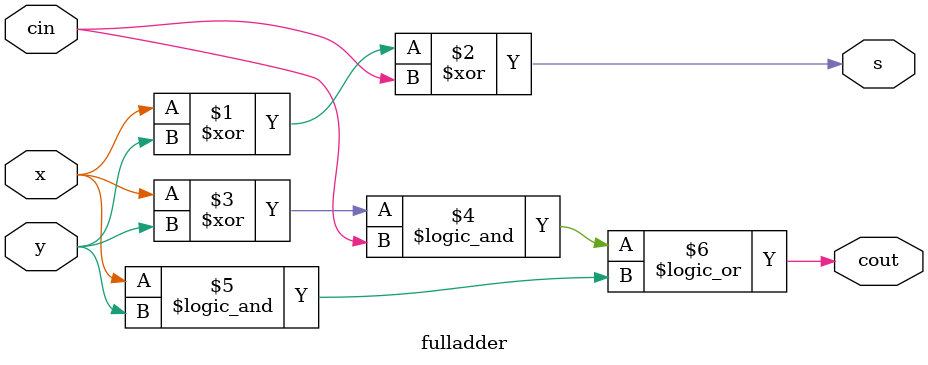
<source format=v>

module fulladder(s, cout, x, y, cin); //declare values
input x, y, cin;  //declare input values
output s, cout;   //declare output values
assign s = (x^y) ^ cin; //(X xor Y) xor Cin 
assign cout = ((x^y) && cin) || (x&&y); //((x or y) and cin) or (x and y)
endmodule 

</source>
